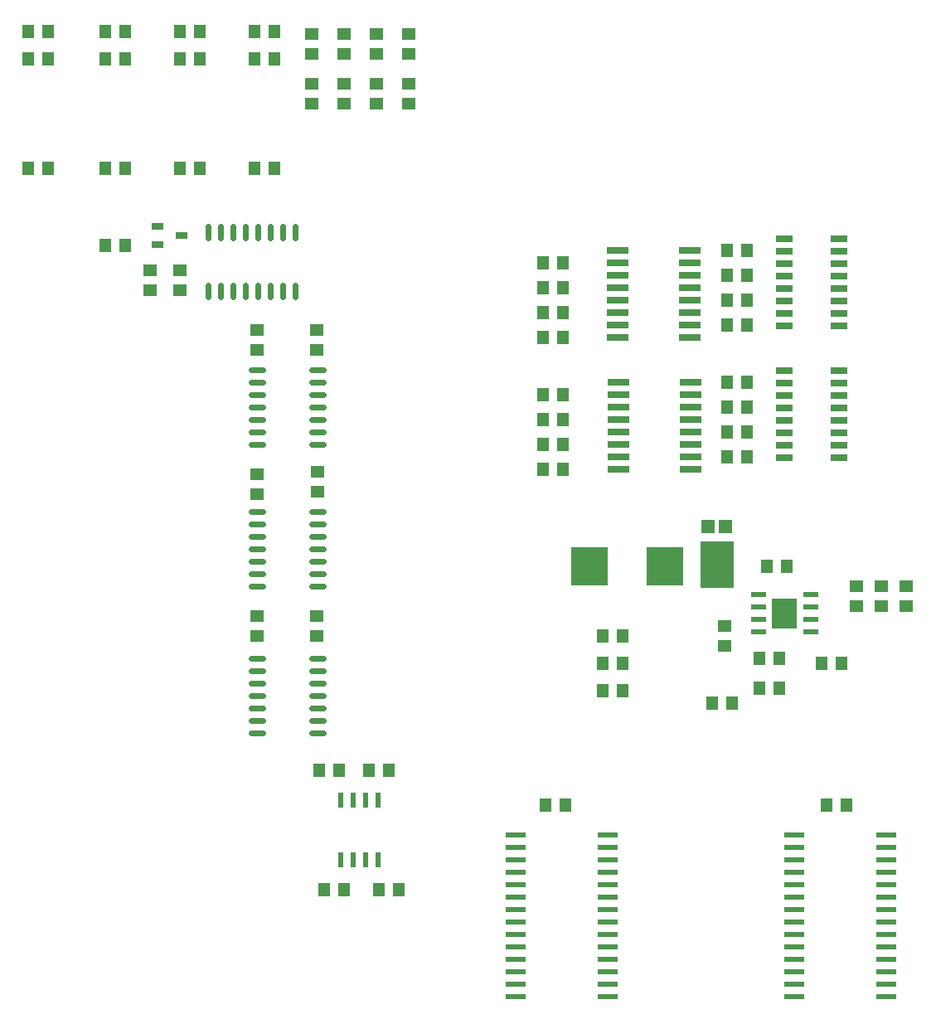
<source format=gbp>
G04 Layer: BottomPasteMaskLayer*
G04 EasyEDA v5.9.42, Thu, 28 Feb 2019 09:02:48 GMT*
G04 e03dab3afe2a44069860df784644e5b2*
G04 Gerber Generator version 0.2*
G04 Scale: 100 percent, Rotated: No, Reflected: No *
G04 Dimensions in millimeters *
G04 leading zeros omitted , absolute positions ,3 integer and 3 decimal *
%FSLAX33Y33*%
%MOMM*%
G90*
G71D02*

%ADD14R,1.469898X1.160018*%
%ADD24C,0.599999*%
%ADD25R,1.160018X1.469898*%
%ADD26R,1.250010X0.699999*%
%ADD27R,2.006600X0.609600*%
%ADD28R,1.389888X1.400048*%
%ADD29R,3.359912X4.859985*%
%ADD30R,3.850640X4.000500*%
%ADD31R,2.199640X0.701040*%
%ADD32R,1.750060X0.650240*%
%ADD33R,0.599440X1.549400*%
%ADD34R,1.550010X0.599999*%
%ADD35R,2.599995X3.099994*%

%LPD*%
G54D24*
G01X35857Y84725D02*
G01X35857Y85925D01*
G01X34587Y84725D02*
G01X34587Y85925D01*
G01X33317Y84725D02*
G01X33317Y85925D01*
G01X32047Y84725D02*
G01X32047Y85925D01*
G01X30777Y84725D02*
G01X30777Y85925D01*
G01X29507Y84725D02*
G01X29507Y85925D01*
G01X28237Y84725D02*
G01X28237Y85925D01*
G01X26967Y84725D02*
G01X26967Y85925D01*
G01X35857Y90668D02*
G01X35857Y91868D01*
G01X34587Y90668D02*
G01X34587Y91868D01*
G01X33317Y90668D02*
G01X33317Y91868D01*
G01X32047Y90668D02*
G01X32047Y91868D01*
G01X30777Y90668D02*
G01X30777Y91868D01*
G01X29507Y90669D02*
G01X29507Y91869D01*
G01X28237Y90668D02*
G01X28237Y91868D01*
G01X26967Y90668D02*
G01X26967Y91868D01*
G01X37550Y77248D02*
G01X38750Y77248D01*
G01X37550Y75978D02*
G01X38750Y75978D01*
G01X37550Y74708D02*
G01X38750Y74708D01*
G01X37550Y73438D02*
G01X38750Y73438D01*
G01X37550Y72168D02*
G01X38750Y72168D01*
G01X37550Y70898D02*
G01X38750Y70898D01*
G01X37550Y69628D02*
G01X38750Y69628D01*
G01X31353Y77248D02*
G01X32553Y77248D01*
G01X31353Y75978D02*
G01X32553Y75978D01*
G01X31353Y74708D02*
G01X32553Y74708D01*
G01X31353Y73438D02*
G01X32553Y73438D01*
G01X31353Y72168D02*
G01X32553Y72168D01*
G01X31353Y70898D02*
G01X32553Y70898D01*
G01X31353Y69628D02*
G01X32553Y69628D01*
G01X37550Y62770D02*
G01X38750Y62770D01*
G01X37550Y61500D02*
G01X38750Y61500D01*
G01X37550Y60230D02*
G01X38750Y60230D01*
G01X37550Y58960D02*
G01X38750Y58960D01*
G01X37550Y57690D02*
G01X38750Y57690D01*
G01X37550Y56420D02*
G01X38750Y56420D01*
G01X37550Y55150D02*
G01X38750Y55150D01*
G01X31353Y62770D02*
G01X32553Y62770D01*
G01X31353Y61500D02*
G01X32553Y61500D01*
G01X31353Y60230D02*
G01X32553Y60230D01*
G01X31353Y58960D02*
G01X32553Y58960D01*
G01X31353Y57690D02*
G01X32553Y57690D01*
G01X31353Y56420D02*
G01X32553Y56420D01*
G01X31353Y55150D02*
G01X32553Y55150D01*
G01X37550Y47784D02*
G01X38750Y47784D01*
G01X37550Y46514D02*
G01X38750Y46514D01*
G01X37550Y45244D02*
G01X38750Y45244D01*
G01X37550Y43974D02*
G01X38750Y43974D01*
G01X37550Y42704D02*
G01X38750Y42704D01*
G01X37550Y41434D02*
G01X38750Y41434D01*
G01X37550Y40164D02*
G01X38750Y40164D01*
G01X31353Y47784D02*
G01X32553Y47784D01*
G01X31353Y46514D02*
G01X32553Y46514D01*
G01X31353Y45244D02*
G01X32553Y45244D01*
G01X31353Y43974D02*
G01X32553Y43974D01*
G01X31353Y42704D02*
G01X32553Y42704D01*
G01X31353Y41434D02*
G01X32553Y41434D01*
G01X31353Y40164D02*
G01X32553Y40164D01*
G54D25*
G01X8578Y97822D03*
G01X10610Y97822D03*
G01X10610Y108998D03*
G01X8578Y108998D03*
G01X8578Y111792D03*
G01X10610Y111792D03*
G01X16452Y97822D03*
G01X18484Y97822D03*
G01X18484Y108998D03*
G01X16452Y108998D03*
G01X16452Y111792D03*
G01X18484Y111792D03*
G01X24072Y97822D03*
G01X26104Y97822D03*
G01X26104Y108998D03*
G01X24072Y108998D03*
G01X24072Y111792D03*
G01X26104Y111792D03*
G01X31692Y97822D03*
G01X33724Y97822D03*
G01X33724Y108998D03*
G01X31692Y108998D03*
G01X31692Y111792D03*
G01X33724Y111792D03*
G01X45466Y36354D03*
G01X43434Y36354D03*
G01X40386Y36354D03*
G01X38354Y36354D03*
G01X40894Y24162D03*
G01X38862Y24162D03*
G01X44450Y24162D03*
G01X46482Y24162D03*
G54D14*
G01X24072Y87408D03*
G01X24072Y85376D03*
G54D26*
G01X24305Y90964D03*
G01X21806Y91913D03*
G01X21806Y90014D03*
G54D14*
G01X21024Y87408D03*
G01X21024Y85376D03*
G54D25*
G01X18484Y89948D03*
G01X16452Y89948D03*
G54D14*
G01X47440Y109506D03*
G01X47440Y111538D03*
G01X47440Y104426D03*
G01X47440Y106458D03*
G01X37534Y109506D03*
G01X37534Y111538D03*
G01X37534Y104426D03*
G01X37534Y106458D03*
G01X40836Y109506D03*
G01X40836Y111538D03*
G01X40836Y104426D03*
G01X40836Y106458D03*
G01X44138Y109506D03*
G01X44138Y111538D03*
G01X44138Y104426D03*
G01X44138Y106458D03*
G54D27*
G01X58420Y13240D03*
G01X58420Y14510D03*
G01X58420Y15780D03*
G01X58420Y17050D03*
G01X58420Y18320D03*
G01X58420Y19590D03*
G01X58420Y20860D03*
G01X58420Y22130D03*
G01X58420Y23400D03*
G01X58420Y24670D03*
G01X58420Y25940D03*
G01X58420Y27210D03*
G01X58420Y28480D03*
G01X58420Y29750D03*
G01X67818Y13240D03*
G01X67818Y14510D03*
G01X67818Y15780D03*
G01X67818Y17050D03*
G01X67818Y18320D03*
G01X67818Y19590D03*
G01X67818Y20860D03*
G01X67818Y22130D03*
G01X67818Y23400D03*
G01X67818Y24670D03*
G01X67818Y25940D03*
G01X67818Y27210D03*
G01X67818Y28480D03*
G01X67818Y29750D03*
G54D25*
G01X61468Y32798D03*
G01X63500Y32798D03*
G54D27*
G01X86810Y13240D03*
G01X86810Y14510D03*
G01X86810Y15780D03*
G01X86810Y17050D03*
G01X86810Y18320D03*
G01X86810Y19590D03*
G01X86810Y20860D03*
G01X86810Y22130D03*
G01X86810Y23400D03*
G01X86810Y24670D03*
G01X86810Y25940D03*
G01X86810Y27210D03*
G01X86810Y28480D03*
G01X86810Y29750D03*
G01X96208Y13240D03*
G01X96208Y14510D03*
G01X96208Y15780D03*
G01X96208Y17050D03*
G01X96208Y18320D03*
G01X96208Y19590D03*
G01X96208Y20860D03*
G01X96208Y22130D03*
G01X96208Y23400D03*
G01X96208Y24670D03*
G01X96208Y25940D03*
G01X96208Y27210D03*
G01X96208Y28480D03*
G01X96208Y29750D03*
G54D25*
G01X90112Y32798D03*
G01X92144Y32798D03*
G01X61156Y80550D03*
G01X63188Y80550D03*
G01X61156Y83090D03*
G01X63188Y83090D03*
G01X61156Y85630D03*
G01X63188Y85630D03*
G01X61156Y88170D03*
G01X63188Y88170D03*
G01X61156Y67088D03*
G01X63188Y67088D03*
G01X61156Y69628D03*
G01X63188Y69628D03*
G01X61156Y72168D03*
G01X63188Y72168D03*
G01X61156Y74708D03*
G01X63188Y74708D03*
G54D14*
G01X98297Y55150D03*
G01X98297Y53118D03*
G01X79698Y49054D03*
G01X79698Y51086D03*
G01X93217Y55150D03*
G01X93217Y53118D03*
G54D25*
G01X91636Y47276D03*
G01X89604Y47276D03*
G01X78428Y43212D03*
G01X80460Y43212D03*
G54D28*
G01X79838Y61211D03*
G01X78029Y61211D03*
G54D29*
G01X78936Y57321D03*
G54D14*
G01X95757Y55150D03*
G01X95757Y53118D03*
G54D30*
G01X65956Y57180D03*
G01X73627Y57180D03*
G54D25*
G01X69284Y50070D03*
G01X67252Y50070D03*
G01X69284Y47276D03*
G01X67252Y47276D03*
G01X69284Y44482D03*
G01X67252Y44482D03*
G01X83254Y47784D03*
G01X85286Y47784D03*
G01X83254Y44736D03*
G01X85286Y44736D03*
G54D31*
G01X68776Y80550D03*
G01X68776Y81820D03*
G01X68776Y83090D03*
G01X68776Y84360D03*
G01X68776Y85630D03*
G01X68776Y86900D03*
G01X68776Y88170D03*
G01X68776Y89440D03*
G01X76175Y89440D03*
G01X76175Y88170D03*
G01X76175Y86900D03*
G01X76175Y85630D03*
G01X76175Y84360D03*
G01X76175Y83090D03*
G01X76175Y81820D03*
G01X76175Y80550D03*
G54D25*
G01X79952Y81820D03*
G01X81984Y81820D03*
G01X79952Y68358D03*
G01X81984Y68358D03*
G01X79952Y70898D03*
G01X81984Y70898D03*
G01X79952Y73438D03*
G01X81984Y73438D03*
G01X79952Y75978D03*
G01X81984Y75978D03*
G01X79952Y86900D03*
G01X81984Y86900D03*
G01X79952Y89440D03*
G01X81984Y89440D03*
G01X79952Y84360D03*
G01X81984Y84360D03*
G01X84016Y57182D03*
G01X86048Y57182D03*
G54D32*
G01X91388Y90583D03*
G01X91388Y89313D03*
G01X91388Y88043D03*
G01X91388Y86773D03*
G01X91388Y85503D03*
G01X91388Y84233D03*
G01X91388Y82963D03*
G01X91388Y81693D03*
G01X85790Y81693D03*
G01X85790Y82963D03*
G01X85790Y84233D03*
G01X85790Y85503D03*
G01X85790Y86773D03*
G01X85790Y88043D03*
G01X85790Y89313D03*
G01X85790Y90583D03*
G01X91388Y77121D03*
G01X91388Y75851D03*
G01X91388Y74581D03*
G01X91388Y73311D03*
G01X91388Y72041D03*
G01X91388Y70771D03*
G01X91388Y69501D03*
G01X91388Y68231D03*
G01X85790Y68231D03*
G01X85790Y69501D03*
G01X85790Y70771D03*
G01X85790Y72041D03*
G01X85790Y73311D03*
G01X85790Y74581D03*
G01X85790Y75851D03*
G01X85790Y77121D03*
G54D33*
G01X40513Y33306D03*
G01X41783Y33306D03*
G01X43053Y33306D03*
G01X44323Y33306D03*
G01X44323Y27184D03*
G01X43053Y27184D03*
G01X41783Y27184D03*
G01X40513Y27184D03*
G54D14*
G01X38158Y64802D03*
G01X38158Y66834D03*
G01X32004Y64548D03*
G01X32004Y66580D03*
G01X38100Y79280D03*
G01X38100Y81312D03*
G01X32004Y79280D03*
G01X32004Y81312D03*
G01X38100Y50070D03*
G01X38100Y52102D03*
G01X32004Y50070D03*
G01X32004Y52102D03*
G54D31*
G01X68892Y67088D03*
G01X68892Y68358D03*
G01X68892Y69628D03*
G01X68892Y70898D03*
G01X68892Y72168D03*
G01X68892Y73438D03*
G01X68892Y74708D03*
G01X68892Y75978D03*
G01X76291Y75978D03*
G01X76291Y74708D03*
G01X76291Y73438D03*
G01X76291Y72168D03*
G01X76291Y70898D03*
G01X76291Y69628D03*
G01X76291Y68358D03*
G01X76291Y67088D03*
G54D34*
G01X88551Y54261D03*
G01X88551Y52991D03*
G01X88551Y51721D03*
G01X88551Y50451D03*
G01X83151Y50451D03*
G01X83151Y51721D03*
G01X83151Y52991D03*
G01X83151Y54261D03*
G54D35*
G01X85851Y52356D03*
M00*
M02*

</source>
